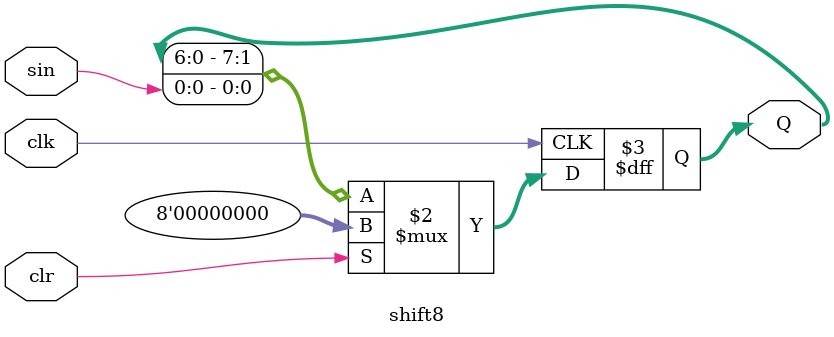
<source format=v>
module shift8(clk,sin,clr,Q);
input sin,clk,clr;
output reg[7:0]Q;

always@(negedge clk)
  Q<=(clr)?8'd0:{Q[6:0],sin};
  
endmodule 
</source>
